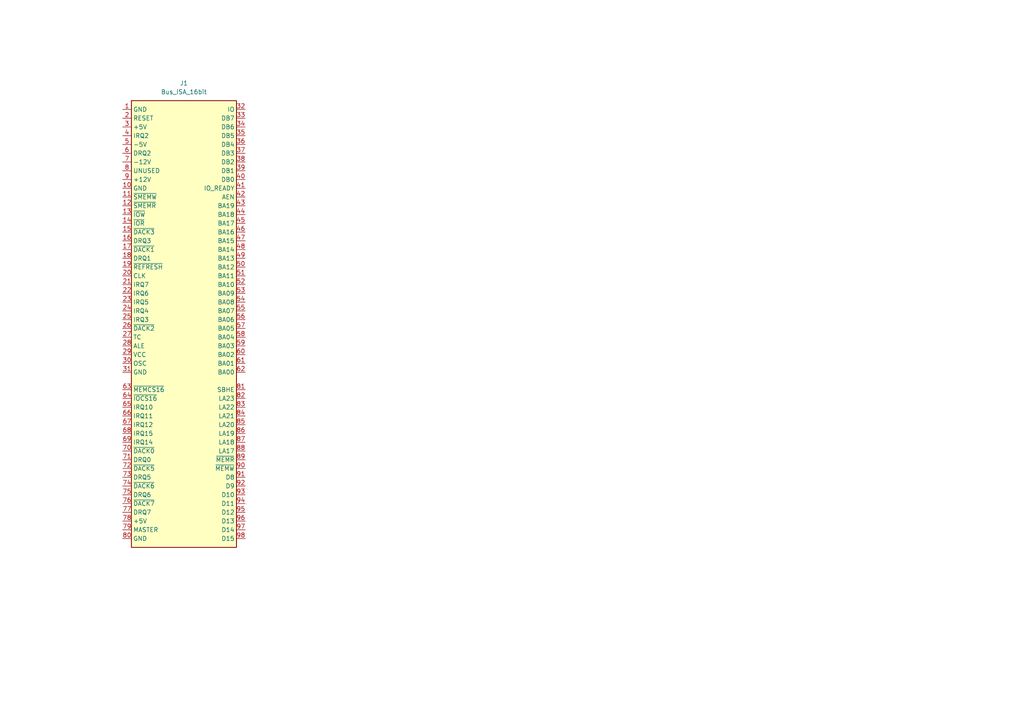
<source format=kicad_sch>
(kicad_sch (version 20231120) (generator "eeschema") (generator_version "8.0")
  (paper "A4")
  (lib_symbols
    (symbol "Connector:Bus_ISA_16bit"
      (property "Reference" "J" (at 0 67.945 0))
      (property "Value" "Bus_ISA_16bit" (at 0 -65.405 0))
      (symbol "Bus_ISA_16bit_0_1"
        (rectangle (start -15.24 -63.5) (end 15.24 66.04) (stroke (width 0.254)) (fill (type background)))
      )
      (symbol "Bus_ISA_16bit_1_1"
        (pin power_in line (at -17.78 63.5 0) (length 2.54) (name "GND") (number "1"))
        (pin power_in line (at -17.78 40.64 0) (length 2.54) (name "GND") (number "10"))
        (pin output line (at -17.78 38.1 0) (length 2.54) (name "~{SMEMW}") (number "11"))
        (pin output line (at -17.78 35.56 0) (length 2.54) (name "~{SMEMR}") (number "12"))
        (pin output line (at -17.78 33.02 0) (length 2.54) (name "~{IOW}") (number "13"))
        (pin output line (at -17.78 30.48 0) (length 2.54) (name "~{IOR}") (number "14"))
        (pin passive line (at -17.78 27.94 0) (length 2.54) (name "~{DACK3}") (number "15"))
        (pin passive line (at -17.78 25.4 0) (length 2.54) (name "DRQ3") (number "16"))
        (pin passive line (at -17.78 22.86 0) (length 2.54) (name "~{DACK1}") (number "17"))
        (pin passive line (at -17.78 20.32 0) (length 2.54) (name "DRQ1") (number "18"))
        (pin passive line (at -17.78 17.78 0) (length 2.54) (name "~{REFRESH}") (number "19"))
        (pin output line (at -17.78 60.96 0) (length 2.54) (name "RESET") (number "2"))
        (pin output line (at -17.78 15.24 0) (length 2.54) (name "CLK") (number "20"))
        (pin passive line (at -17.78 12.7 0) (length 2.54) (name "IRQ7") (number "21"))
        (pin passive line (at -17.78 10.16 0) (length 2.54) (name "IRQ6") (number "22"))
        (pin passive line (at -17.78 7.62 0) (length 2.54) (name "IRQ5") (number "23"))
        (pin passive line (at -17.78 5.08 0) (length 2.54) (name "IRQ4") (number "24"))
        (pin passive line (at -17.78 2.54 0) (length 2.54) (name "IRQ3") (number "25"))
        (pin passive line (at -17.78 0 0) (length 2.54) (name "~{DACK2}") (number "26"))
        (pin passive line (at -17.78 -2.54 0) (length 2.54) (name "TC") (number "27"))
        (pin output line (at -17.78 -5.08 0) (length 2.54) (name "ALE") (number "28"))
        (pin power_in line (at -17.78 -7.62 0) (length 2.54) (name "VCC") (number "29"))
        (pin power_in line (at -17.78 58.42 0) (length 2.54) (name "+5V") (number "3"))
        (pin output line (at -17.78 -10.16 0) (length 2.54) (name "OSC") (number "30"))
        (pin power_in line (at -17.78 -12.7 0) (length 2.54) (name "GND") (number "31"))
        (pin passive line (at 17.78 63.5 180) (length 2.54) (name "IO") (number "32"))
        (pin tri_state line (at 17.78 60.96 180) (length 2.54) (name "DB7") (number "33"))
        (pin tri_state line (at 17.78 58.42 180) (length 2.54) (name "DB6") (number "34"))
        (pin tri_state line (at 17.78 55.88 180) (length 2.54) (name "DB5") (number "35"))
        (pin tri_state line (at 17.78 53.34 180) (length 2.54) (name "DB4") (number "36"))
        (pin tri_state line (at 17.78 50.8 180) (length 2.54) (name "DB3") (number "37"))
        (pin tri_state line (at 17.78 48.26 180) (length 2.54) (name "DB2") (number "38"))
        (pin tri_state line (at 17.78 45.72 180) (length 2.54) (name "DB1") (number "39"))
        (pin passive line (at -17.78 55.88 0) (length 2.54) (name "IRQ2") (number "4"))
        (pin tri_state line (at 17.78 43.18 180) (length 2.54) (name "DB0") (number "40"))
        (pin passive line (at 17.78 40.64 180) (length 2.54) (name "IO_READY") (number "41"))
        (pin output line (at 17.78 38.1 180) (length 2.54) (name "AEN") (number "42"))
        (pin tri_state line (at 17.78 35.56 180) (length 2.54) (name "BA19") (number "43"))
        (pin tri_state line (at 17.78 33.02 180) (length 2.54) (name "BA18") (number "44"))
        (pin tri_state line (at 17.78 30.48 180) (length 2.54) (name "BA17") (number "45"))
        (pin tri_state line (at 17.78 27.94 180) (length 2.54) (name "BA16") (number "46"))
        (pin tri_state line (at 17.78 25.4 180) (length 2.54) (name "BA15") (number "47"))
        (pin tri_state line (at 17.78 22.86 180) (length 2.54) (name "BA14") (number "48"))
        (pin tri_state line (at 17.78 20.32 180) (length 2.54) (name "BA13") (number "49"))
        (pin power_in line (at -17.78 53.34 0) (length 2.54) (name "-5V") (number "5"))
        (pin tri_state line (at 17.78 17.78 180) (length 2.54) (name "BA12") (number "50"))
        (pin tri_state line (at 17.78 15.24 180) (length 2.54) (name "BA11") (number "51"))
        (pin tri_state line (at 17.78 12.7 180) (length 2.54) (name "BA10") (number "52"))
        (pin tri_state line (at 17.78 10.16 180) (length 2.54) (name "BA09") (number "53"))
        (pin tri_state line (at 17.78 7.62 180) (length 2.54) (name "BA08") (number "54"))
        (pin tri_state line (at 17.78 5.08 180) (length 2.54) (name "BA07") (number "55"))
        (pin tri_state line (at 17.78 2.54 180) (length 2.54) (name "BA06") (number "56"))
        (pin tri_state line (at 17.78 0 180) (length 2.54) (name "BA05") (number "57"))
        (pin tri_state line (at 17.78 -2.54 180) (length 2.54) (name "BA04") (number "58"))
        (pin tri_state line (at 17.78 -5.08 180) (length 2.54) (name "BA03") (number "59"))
        (pin passive line (at -17.78 50.8 0) (length 2.54) (name "DRQ2") (number "6"))
        (pin tri_state line (at 17.78 -7.62 180) (length 2.54) (name "BA02") (number "60"))
        (pin tri_state line (at 17.78 -10.16 180) (length 2.54) (name "BA01") (number "61"))
        (pin tri_state line (at 17.78 -12.7 180) (length 2.54) (name "BA00") (number "62"))
        (pin passive line (at -17.78 -17.78 0) (length 2.54) (name "~{MEMCS16}") (number "63"))
        (pin passive line (at -17.78 -20.32 0) (length 2.54) (name "~{IOCS16}") (number "64"))
        (pin passive line (at -17.78 -22.86 0) (length 2.54) (name "IRQ10") (number "65"))
        (pin passive line (at -17.78 -25.4 0) (length 2.54) (name "IRQ11") (number "66"))
        (pin passive line (at -17.78 -27.94 0) (length 2.54) (name "IRQ12") (number "67"))
        (pin passive line (at -17.78 -30.48 0) (length 2.54) (name "IRQ15") (number "68"))
        (pin passive line (at -17.78 -33.02 0) (length 2.54) (name "IRQ14") (number "69"))
        (pin power_in line (at -17.78 48.26 0) (length 2.54) (name "-12V") (number "7"))
        (pin output line (at -17.78 -35.56 0) (length 2.54) (name "~{DACK0}") (number "70"))
        (pin passive line (at -17.78 -38.1 0) (length 2.54) (name "DRQ0") (number "71"))
        (pin output line (at -17.78 -40.64 0) (length 2.54) (name "~{DACK5}") (number "72"))
        (pin passive line (at -17.78 -43.18 0) (length 2.54) (name "DRQ5") (number "73"))
        (pin output line (at -17.78 -45.72 0) (length 2.54) (name "~{DACK6}") (number "74"))
        (pin passive line (at -17.78 -48.26 0) (length 2.54) (name "DRQ6") (number "75"))
        (pin output line (at -17.78 -50.8 0) (length 2.54) (name "~{DACK7}") (number "76"))
        (pin passive line (at -17.78 -53.34 0) (length 2.54) (name "DRQ7") (number "77"))
        (pin power_in line (at -17.78 -55.88 0) (length 2.54) (name "+5V") (number "78"))
        (pin passive line (at -17.78 -58.42 0) (length 2.54) (name "MASTER") (number "79"))
        (pin passive line (at -17.78 45.72 0) (length 2.54) (name "UNUSED") (number "8"))
        (pin power_in line (at -17.78 -60.96 0) (length 2.54) (name "GND") (number "80"))
        (pin passive line (at 17.78 -17.78 180) (length 2.54) (name "SBHE") (number "81"))
        (pin passive line (at 17.78 -20.32 180) (length 2.54) (name "LA23") (number "82"))
        (pin passive line (at 17.78 -22.86 180) (length 2.54) (name "LA22") (number "83"))
        (pin passive line (at 17.78 -25.4 180) (length 2.54) (name "LA21") (number "84"))
        (pin passive line (at 17.78 -27.94 180) (length 2.54) (name "LA20") (number "85"))
        (pin passive line (at 17.78 -30.48 180) (length 2.54) (name "LA19") (number "86"))
        (pin passive line (at 17.78 -33.02 180) (length 2.54) (name "LA18") (number "87"))
        (pin passive line (at 17.78 -35.56 180) (length 2.54) (name "LA17") (number "88"))
        (pin output line (at 17.78 -38.1 180) (length 2.54) (name "~{MEMR}") (number "89"))
        (pin power_in line (at -17.78 43.18 0) (length 2.54) (name "+12V") (number "9"))
        (pin output line (at 17.78 -40.64 180) (length 2.54) (name "~{MEMW}") (number "90"))
        (pin tri_state line (at 17.78 -43.18 180) (length 2.54) (name "D8") (number "91"))
        (pin tri_state line (at 17.78 -45.72 180) (length 2.54) (name "D9") (number "92"))
        (pin tri_state line (at 17.78 -48.26 180) (length 2.54) (name "D10") (number "93"))
        (pin tri_state line (at 17.78 -50.8 180) (length 2.54) (name "D11") (number "94"))
        (pin tri_state line (at 17.78 -53.34 180) (length 2.54) (name "D12") (number "95"))
        (pin tri_state line (at 17.78 -55.88 180) (length 2.54) (name "D13") (number "96"))
        (pin tri_state line (at 17.78 -58.42 180) (length 2.54) (name "D14") (number "97"))
        (pin tri_state line (at 17.78 -60.96 180) (length 2.54) (name "D15") (number "98"))
      )
    )
  )
  (symbol (lib_id "Connector:Bus_ISA_16bit") (at 53.34 95.25 0) (unit 1)
    (property "Reference" "J1" (at 53.34 24.13 0))
    (property "Value" "Bus_ISA_16bit" (at 53.34 26.67 0))
    (property "Datasheet" "https://en.wikipedia.org/wiki/Industry_Standard_Architecture" (effects (hide yes)))
    (property "Description" "16-bit ISA-AT bus connector" (effects (hide yes)))
  )
)
</source>
